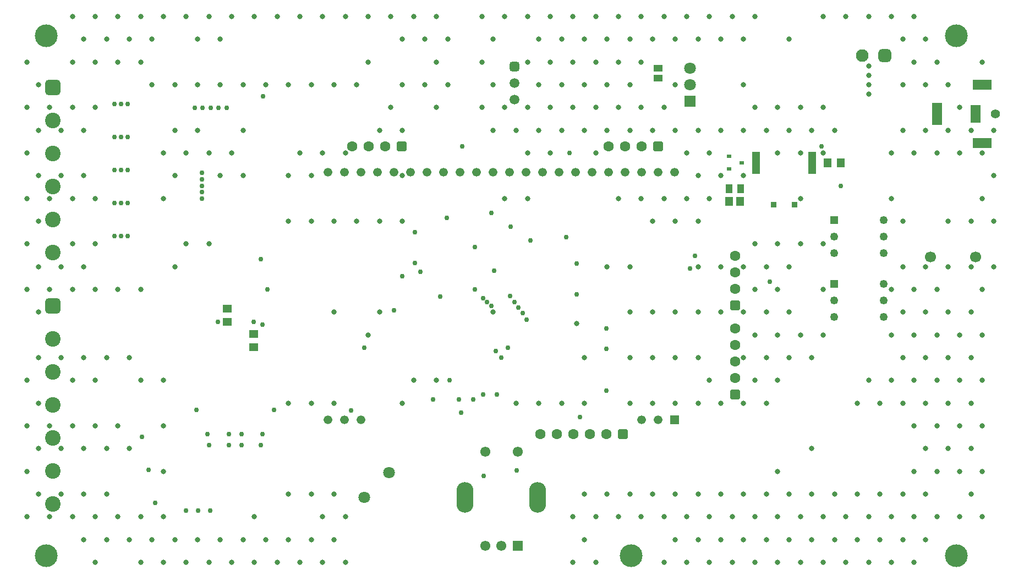
<source format=gbr>
%TF.GenerationSoftware,Altium Limited,Altium Designer,22.5.1 (42)*%
G04 Layer_Color=16711935*
%FSLAX43Y43*%
%MOMM*%
%TF.SameCoordinates,16143D8C-65FE-44CA-9B93-5BB87F4A9255*%
%TF.FilePolarity,Negative*%
%TF.FileFunction,Soldermask,Bot*%
%TF.Part,Single*%
G01*
G75*
%TA.AperFunction,SMDPad,CuDef*%
%ADD10R,1.450X1.200*%
%ADD18R,1.356X1.055*%
%ADD21R,1.150X1.450*%
%ADD22R,1.200X1.450*%
%ADD23R,0.700X0.600*%
%ADD37R,1.000X1.350*%
%TA.AperFunction,ComponentPad*%
G04:AMPARAMS|DCode=54|XSize=2.6mm|YSize=4.7mm|CornerRadius=1.3mm|HoleSize=0mm|Usage=FLASHONLY|Rotation=180.000|XOffset=0mm|YOffset=0mm|HoleType=Round|Shape=RoundedRectangle|*
%AMROUNDEDRECTD54*
21,1,2.600,2.100,0,0,180.0*
21,1,0.000,4.700,0,0,180.0*
1,1,2.600,0.000,1.050*
1,1,2.600,0.000,1.050*
1,1,2.600,0.000,-1.050*
1,1,2.600,0.000,-1.050*
%
%ADD54ROUNDEDRECTD54*%
%ADD55C,1.550*%
%ADD56R,1.550X1.550*%
%ADD57C,1.337*%
%ADD58R,1.337X1.337*%
%ADD59R,1.250X1.250*%
%ADD60C,1.250*%
%ADD61C,1.700*%
%ADD62R,3.000X1.500*%
%ADD63C,1.400*%
%ADD64R,1.500X3.500*%
%ADD65R,1.500X2.800*%
%ADD66C,2.400*%
G04:AMPARAMS|DCode=67|XSize=2.4mm|YSize=2.4mm|CornerRadius=0.6mm|HoleSize=0mm|Usage=FLASHONLY|Rotation=270.000|XOffset=0mm|YOffset=0mm|HoleType=Round|Shape=RoundedRectangle|*
%AMROUNDEDRECTD67*
21,1,2.400,1.200,0,0,270.0*
21,1,1.200,2.400,0,0,270.0*
1,1,1.200,-0.600,-0.600*
1,1,1.200,-0.600,0.600*
1,1,1.200,0.600,0.600*
1,1,1.200,0.600,-0.600*
%
%ADD67ROUNDEDRECTD67*%
%ADD68C,1.600*%
G04:AMPARAMS|DCode=69|XSize=1.6mm|YSize=1.6mm|CornerRadius=0.4mm|HoleSize=0mm|Usage=FLASHONLY|Rotation=180.000|XOffset=0mm|YOffset=0mm|HoleType=Round|Shape=RoundedRectangle|*
%AMROUNDEDRECTD69*
21,1,1.600,0.800,0,0,180.0*
21,1,0.800,1.600,0,0,180.0*
1,1,0.800,-0.400,0.400*
1,1,0.800,0.400,0.400*
1,1,0.800,0.400,-0.400*
1,1,0.800,-0.400,-0.400*
%
%ADD69ROUNDEDRECTD69*%
G04:AMPARAMS|DCode=70|XSize=1.5mm|YSize=1.5mm|CornerRadius=0.375mm|HoleSize=0mm|Usage=FLASHONLY|Rotation=270.000|XOffset=0mm|YOffset=0mm|HoleType=Round|Shape=RoundedRectangle|*
%AMROUNDEDRECTD70*
21,1,1.500,0.750,0,0,270.0*
21,1,0.750,1.500,0,0,270.0*
1,1,0.750,-0.375,-0.375*
1,1,0.750,-0.375,0.375*
1,1,0.750,0.375,0.375*
1,1,0.750,0.375,-0.375*
%
%ADD70ROUNDEDRECTD70*%
%ADD71C,1.500*%
%TA.AperFunction,ViaPad*%
%ADD72C,3.500*%
%TA.AperFunction,ComponentPad*%
%ADD73C,1.800*%
%ADD74R,1.800X1.800*%
%ADD75C,1.950*%
G04:AMPARAMS|DCode=76|XSize=1.95mm|YSize=1.95mm|CornerRadius=0.488mm|HoleSize=0mm|Usage=FLASHONLY|Rotation=180.000|XOffset=0mm|YOffset=0mm|HoleType=Round|Shape=RoundedRectangle|*
%AMROUNDEDRECTD76*
21,1,1.950,0.975,0,0,180.0*
21,1,0.975,1.950,0,0,180.0*
1,1,0.975,-0.488,0.488*
1,1,0.975,0.488,0.488*
1,1,0.975,0.488,-0.488*
1,1,0.975,-0.488,-0.488*
%
%ADD76ROUNDEDRECTD76*%
G04:AMPARAMS|DCode=77|XSize=1.6mm|YSize=1.6mm|CornerRadius=0.4mm|HoleSize=0mm|Usage=FLASHONLY|Rotation=90.000|XOffset=0mm|YOffset=0mm|HoleType=Round|Shape=RoundedRectangle|*
%AMROUNDEDRECTD77*
21,1,1.600,0.800,0,0,90.0*
21,1,0.800,1.600,0,0,90.0*
1,1,0.800,0.400,0.400*
1,1,0.800,0.400,-0.400*
1,1,0.800,-0.400,-0.400*
1,1,0.800,-0.400,0.400*
%
%ADD77ROUNDEDRECTD77*%
%TA.AperFunction,ViaPad*%
%ADD78C,0.800*%
%ADD79C,0.750*%
%TA.AperFunction,SMDPad,CuDef*%
%ADD80R,1.300X3.400*%
%ADD81R,0.900X0.950*%
D10*
X32800Y41000D02*
D03*
Y43000D02*
D03*
X36902Y37100D02*
D03*
Y39100D02*
D03*
D18*
X99130Y78548D02*
D03*
Y80000D02*
D03*
D21*
X110000Y59500D02*
D03*
X111750D02*
D03*
D22*
X125190Y65500D02*
D03*
X127190D02*
D03*
D23*
X112000D02*
D03*
X110000Y66450D02*
D03*
Y64550D02*
D03*
D37*
X110000Y61500D02*
D03*
X111800D02*
D03*
D54*
X69400Y14000D02*
D03*
X80600D02*
D03*
D55*
X72500Y6500D02*
D03*
X75000D02*
D03*
X72500Y21000D02*
D03*
X77500D02*
D03*
D56*
Y6500D02*
D03*
D57*
X48330Y25950D02*
D03*
X53410D02*
D03*
X50870D02*
D03*
X61030Y64050D02*
D03*
X71190D02*
D03*
X68650D02*
D03*
X66110D02*
D03*
X63570D02*
D03*
X58490D02*
D03*
X55950D02*
D03*
X53410D02*
D03*
X50870D02*
D03*
X48330D02*
D03*
X99130Y25950D02*
D03*
X96590D02*
D03*
X73730Y64050D02*
D03*
X101670D02*
D03*
X88970D02*
D03*
X83890D02*
D03*
X81350D02*
D03*
X78810D02*
D03*
X76270D02*
D03*
X91510D02*
D03*
X94050D02*
D03*
X96590D02*
D03*
X86430D02*
D03*
X99130D02*
D03*
D58*
X101670Y25950D02*
D03*
D59*
X126190Y56640D02*
D03*
Y46840D02*
D03*
D60*
Y54100D02*
D03*
Y51560D02*
D03*
X133810D02*
D03*
Y54100D02*
D03*
Y56640D02*
D03*
X126190Y44300D02*
D03*
Y41760D02*
D03*
X133810D02*
D03*
Y44300D02*
D03*
Y46840D02*
D03*
D61*
X148000Y51000D02*
D03*
X141000D02*
D03*
D62*
X149000Y68500D02*
D03*
Y77500D02*
D03*
D63*
X151000Y73000D02*
D03*
D64*
X142000D02*
D03*
D65*
X148000D02*
D03*
D66*
X6000Y13000D02*
D03*
Y18080D02*
D03*
Y28240D02*
D03*
Y38400D02*
D03*
Y33320D02*
D03*
Y23160D02*
D03*
X6000Y51700D02*
D03*
Y56780D02*
D03*
Y66940D02*
D03*
Y72020D02*
D03*
Y61860D02*
D03*
D67*
X6000Y43480D02*
D03*
X6000Y77100D02*
D03*
D68*
X57080Y68000D02*
D03*
X54540D02*
D03*
X52000D02*
D03*
X96590D02*
D03*
X94050D02*
D03*
X91510D02*
D03*
X81000Y23700D02*
D03*
X83540D02*
D03*
X88620D02*
D03*
X91160D02*
D03*
X86080D02*
D03*
X111000Y34920D02*
D03*
Y32380D02*
D03*
Y37460D02*
D03*
Y40000D02*
D03*
Y51120D02*
D03*
Y48580D02*
D03*
Y46040D02*
D03*
D69*
X59620Y68000D02*
D03*
X99130D02*
D03*
X93700Y23700D02*
D03*
D70*
X77000Y80300D02*
D03*
D71*
Y77760D02*
D03*
Y75220D02*
D03*
D72*
X95000Y5000D02*
D03*
X5000Y85000D02*
D03*
X145000D02*
D03*
X5000Y5000D02*
D03*
X145000D02*
D03*
D73*
X53900Y14000D02*
D03*
X57710Y17810D02*
D03*
X104000Y77460D02*
D03*
Y80000D02*
D03*
D74*
Y74920D02*
D03*
D75*
X130500Y82000D02*
D03*
D76*
X134000D02*
D03*
D77*
X111000Y29840D02*
D03*
Y43500D02*
D03*
D78*
X131500Y76081D02*
D03*
Y77501D02*
D03*
Y80340D02*
D03*
Y78920D02*
D03*
X86600Y40761D02*
D03*
X138500Y88000D02*
D03*
X140250Y84500D02*
D03*
X135000Y88000D02*
D03*
X136750Y84500D02*
D03*
X131500Y88000D02*
D03*
X128000D02*
D03*
X124500D02*
D03*
Y74000D02*
D03*
X126250Y70500D02*
D03*
X124500Y67000D02*
D03*
Y53000D02*
D03*
Y46000D02*
D03*
Y39000D02*
D03*
X121000Y74000D02*
D03*
X122750Y70500D02*
D03*
X121000Y67000D02*
D03*
Y60000D02*
D03*
Y53000D02*
D03*
Y39000D02*
D03*
X122750Y35500D02*
D03*
X119250Y84500D02*
D03*
X117500Y74000D02*
D03*
X119250Y70500D02*
D03*
X117500Y67000D02*
D03*
Y53000D02*
D03*
X119250Y49500D02*
D03*
X117500Y46000D02*
D03*
X119250Y42500D02*
D03*
X117500Y39000D02*
D03*
X119250Y35500D02*
D03*
X117500Y32000D02*
D03*
X114000Y88000D02*
D03*
Y74000D02*
D03*
X115750Y70500D02*
D03*
X114000Y53000D02*
D03*
X115750Y49500D02*
D03*
X114000Y46000D02*
D03*
X115750Y42500D02*
D03*
X114000Y39000D02*
D03*
X115750Y35500D02*
D03*
X114000Y32000D02*
D03*
X115750Y28500D02*
D03*
X110500Y88000D02*
D03*
X112250Y84500D02*
D03*
Y77500D02*
D03*
Y70500D02*
D03*
Y63500D02*
D03*
Y49500D02*
D03*
Y42500D02*
D03*
Y35500D02*
D03*
Y28500D02*
D03*
X107000Y88000D02*
D03*
X108750Y84500D02*
D03*
Y70500D02*
D03*
X107000Y67000D02*
D03*
X108750Y63500D02*
D03*
X107000Y60000D02*
D03*
X108750Y49500D02*
D03*
Y42500D02*
D03*
X107000Y32000D02*
D03*
X108750Y28500D02*
D03*
X103500Y88000D02*
D03*
X105250Y84500D02*
D03*
Y70500D02*
D03*
X103500Y67000D02*
D03*
X105250Y63500D02*
D03*
X103500Y60000D02*
D03*
X105250Y56500D02*
D03*
Y49500D02*
D03*
Y42500D02*
D03*
Y35500D02*
D03*
Y28500D02*
D03*
X100000Y88000D02*
D03*
X101750Y84500D02*
D03*
Y77500D02*
D03*
X100000Y74000D02*
D03*
X101750Y70500D02*
D03*
X100000Y60000D02*
D03*
X101750Y56500D02*
D03*
Y42500D02*
D03*
Y35500D02*
D03*
Y28500D02*
D03*
X96500Y88000D02*
D03*
X98250Y84500D02*
D03*
X96500Y81000D02*
D03*
Y74000D02*
D03*
X98250Y70500D02*
D03*
X96500Y60000D02*
D03*
X98250Y56500D02*
D03*
Y42500D02*
D03*
Y35500D02*
D03*
Y28500D02*
D03*
X93000Y88000D02*
D03*
X94750Y84500D02*
D03*
X93000Y81000D02*
D03*
X94750Y77500D02*
D03*
X93000Y74000D02*
D03*
X94750Y70500D02*
D03*
X93000Y60000D02*
D03*
X94750Y49500D02*
D03*
Y42500D02*
D03*
Y35500D02*
D03*
Y28500D02*
D03*
X89500Y88000D02*
D03*
X91250Y84500D02*
D03*
X89500Y81000D02*
D03*
X91250Y77500D02*
D03*
X89500Y74000D02*
D03*
X91250Y70500D02*
D03*
X89500Y67000D02*
D03*
X91250Y49500D02*
D03*
X86000Y88000D02*
D03*
X87750Y84500D02*
D03*
X86000Y81000D02*
D03*
X87750Y77500D02*
D03*
X86000Y74000D02*
D03*
X87750Y70500D02*
D03*
Y35500D02*
D03*
Y28500D02*
D03*
X82500Y88000D02*
D03*
X84250Y84500D02*
D03*
X82500Y81000D02*
D03*
X84250Y77500D02*
D03*
X82500Y74000D02*
D03*
X84250Y70500D02*
D03*
X82500Y67000D02*
D03*
X84250Y28500D02*
D03*
X79000Y88000D02*
D03*
X80750Y84500D02*
D03*
X79000Y81000D02*
D03*
X80750Y77500D02*
D03*
X79000Y74000D02*
D03*
X80750Y70500D02*
D03*
X79000Y67000D02*
D03*
Y60000D02*
D03*
X80750Y28500D02*
D03*
X75500Y88000D02*
D03*
Y74000D02*
D03*
X77250Y70500D02*
D03*
X75500Y60000D02*
D03*
X77250Y28500D02*
D03*
X72000Y88000D02*
D03*
X73750Y84500D02*
D03*
X72000Y81000D02*
D03*
X73750Y77500D02*
D03*
X72000Y74000D02*
D03*
X73750Y70500D02*
D03*
Y42500D02*
D03*
X65000Y88000D02*
D03*
X66750Y84500D02*
D03*
X65000Y81000D02*
D03*
X66750Y77500D02*
D03*
X65000Y74000D02*
D03*
Y32000D02*
D03*
X61500Y88000D02*
D03*
X63250Y84500D02*
D03*
Y77500D02*
D03*
X61500Y32000D02*
D03*
X58000Y88000D02*
D03*
X59750Y84500D02*
D03*
Y77500D02*
D03*
X58000Y74000D02*
D03*
X59750Y70500D02*
D03*
Y63500D02*
D03*
Y56500D02*
D03*
Y28500D02*
D03*
X54500Y88000D02*
D03*
Y81000D02*
D03*
X56250Y70500D02*
D03*
Y56500D02*
D03*
Y42500D02*
D03*
X54500Y39000D02*
D03*
X51000Y88000D02*
D03*
X52750Y77500D02*
D03*
X51000Y67000D02*
D03*
X52750Y56500D02*
D03*
X47500Y88000D02*
D03*
X49250Y77500D02*
D03*
X47500Y67000D02*
D03*
X49250Y56500D02*
D03*
Y42500D02*
D03*
X44000Y88000D02*
D03*
X45750Y77500D02*
D03*
X44000Y67000D02*
D03*
X45750Y63500D02*
D03*
Y56500D02*
D03*
X40500Y88000D02*
D03*
X42250Y77500D02*
D03*
Y63500D02*
D03*
Y56500D02*
D03*
X37000Y88000D02*
D03*
X38750Y77500D02*
D03*
X33500Y88000D02*
D03*
X35250Y77500D02*
D03*
Y70500D02*
D03*
X33500Y67000D02*
D03*
X35250Y63500D02*
D03*
X30000Y88000D02*
D03*
X31750Y84500D02*
D03*
Y77500D02*
D03*
X30000Y67000D02*
D03*
X31750Y63500D02*
D03*
X30000Y53000D02*
D03*
X26500Y88000D02*
D03*
X28250Y84500D02*
D03*
Y77500D02*
D03*
Y70500D02*
D03*
X26500Y67000D02*
D03*
Y53000D02*
D03*
X23000Y88000D02*
D03*
X24750Y77500D02*
D03*
Y70500D02*
D03*
X23000Y67000D02*
D03*
X24750Y63500D02*
D03*
X23000Y60000D02*
D03*
X24750Y49500D02*
D03*
X19500Y88000D02*
D03*
X21250Y84500D02*
D03*
X19500Y81000D02*
D03*
X21250Y77500D02*
D03*
X19500Y46000D02*
D03*
X16000Y88000D02*
D03*
X17750Y84500D02*
D03*
X16000Y81000D02*
D03*
Y46000D02*
D03*
X12500Y88000D02*
D03*
X14250Y84500D02*
D03*
X12500Y81000D02*
D03*
Y74000D02*
D03*
Y60000D02*
D03*
Y53000D02*
D03*
Y46000D02*
D03*
X9000Y88000D02*
D03*
X10750Y84500D02*
D03*
X9000Y81000D02*
D03*
Y74000D02*
D03*
X10750Y70500D02*
D03*
Y63500D02*
D03*
X9000Y60000D02*
D03*
Y53000D02*
D03*
X10750Y49500D02*
D03*
X9000Y46000D02*
D03*
X5500Y74000D02*
D03*
X7250Y70500D02*
D03*
Y63500D02*
D03*
X5500Y60000D02*
D03*
X7250Y49500D02*
D03*
X5500Y46000D02*
D03*
X2000Y81000D02*
D03*
X3750Y77500D02*
D03*
X2000Y74000D02*
D03*
X3750Y70500D02*
D03*
X2000Y67000D02*
D03*
X3750Y63500D02*
D03*
X2000Y60000D02*
D03*
X3750Y56500D02*
D03*
X2000Y53000D02*
D03*
X3750Y49500D02*
D03*
X2000Y46000D02*
D03*
X3750Y42500D02*
D03*
X35250Y7500D02*
D03*
X136750Y70500D02*
D03*
X37000Y11000D02*
D03*
X26500Y4000D02*
D03*
X140250Y35500D02*
D03*
X10750Y21500D02*
D03*
X122750Y14500D02*
D03*
X14250Y7500D02*
D03*
X47500Y11000D02*
D03*
X23000D02*
D03*
X28250Y7500D02*
D03*
X45750Y14500D02*
D03*
Y28500D02*
D03*
X135000Y4000D02*
D03*
X140250Y14500D02*
D03*
X89500Y4000D02*
D03*
X40500D02*
D03*
X19500Y32000D02*
D03*
X94750Y14500D02*
D03*
X143750Y21500D02*
D03*
X14250D02*
D03*
X12500Y25000D02*
D03*
X115750Y7500D02*
D03*
X138500Y4000D02*
D03*
X136750Y49500D02*
D03*
X7250Y35500D02*
D03*
X143750D02*
D03*
X149000Y60000D02*
D03*
X89500Y11000D02*
D03*
X149000Y81000D02*
D03*
X138500Y18000D02*
D03*
X140250Y77500D02*
D03*
X3750Y21500D02*
D03*
X122750D02*
D03*
X129750Y28500D02*
D03*
X51000Y4000D02*
D03*
X10750Y35500D02*
D03*
X145500Y18000D02*
D03*
X9000Y25000D02*
D03*
X138500Y81000D02*
D03*
X140250Y49500D02*
D03*
X51000Y11000D02*
D03*
X115750Y14500D02*
D03*
X12500Y32000D02*
D03*
Y11000D02*
D03*
X150750Y63500D02*
D03*
X14250Y35500D02*
D03*
X138500Y46000D02*
D03*
X142000Y11000D02*
D03*
X103500Y4000D02*
D03*
X119250Y7500D02*
D03*
X9000Y32000D02*
D03*
X136750Y28500D02*
D03*
X138500Y32000D02*
D03*
X149000Y46000D02*
D03*
X17750Y21500D02*
D03*
X147250Y49500D02*
D03*
X150750Y56500D02*
D03*
X140250Y7500D02*
D03*
X42250D02*
D03*
X86000Y4000D02*
D03*
X3750Y14500D02*
D03*
X145500Y39000D02*
D03*
X10750Y14500D02*
D03*
X112250D02*
D03*
X103500Y11000D02*
D03*
X19500D02*
D03*
X138500Y25000D02*
D03*
X128000Y11000D02*
D03*
X7250Y14500D02*
D03*
X119250D02*
D03*
X114000Y11000D02*
D03*
X126250Y7500D02*
D03*
X21250D02*
D03*
X135000Y60000D02*
D03*
X101750Y14500D02*
D03*
X135000Y46000D02*
D03*
X10750Y7500D02*
D03*
X150750Y49500D02*
D03*
X87750Y7500D02*
D03*
X86000Y11000D02*
D03*
X138500Y39000D02*
D03*
X150750Y70500D02*
D03*
X149000Y11000D02*
D03*
X49250Y7500D02*
D03*
X138500Y11000D02*
D03*
X140250Y28500D02*
D03*
X23000Y32000D02*
D03*
X108750Y7500D02*
D03*
X45750D02*
D03*
X33500Y4000D02*
D03*
X101750Y7500D02*
D03*
X7250Y21500D02*
D03*
X42250Y14500D02*
D03*
X140250Y21500D02*
D03*
X117500Y4000D02*
D03*
X135000Y39000D02*
D03*
X24750Y7500D02*
D03*
X136750Y56500D02*
D03*
X145500Y11000D02*
D03*
X122750Y7500D02*
D03*
X110500Y4000D02*
D03*
X5500Y25000D02*
D03*
X135000Y32000D02*
D03*
X9000Y11000D02*
D03*
X42250Y28500D02*
D03*
X16000Y11000D02*
D03*
X147250Y70500D02*
D03*
X143750Y42500D02*
D03*
X2000Y18000D02*
D03*
X124500Y4000D02*
D03*
X17750Y7500D02*
D03*
X142000Y32000D02*
D03*
Y46000D02*
D03*
X147250Y35500D02*
D03*
Y21500D02*
D03*
X149000Y39000D02*
D03*
X145500Y25000D02*
D03*
X3750Y28500D02*
D03*
X143750Y77500D02*
D03*
X23000Y18000D02*
D03*
X105250Y14500D02*
D03*
X136750Y42500D02*
D03*
X135000Y67000D02*
D03*
X149000Y18000D02*
D03*
X142000Y81000D02*
D03*
X107000Y11000D02*
D03*
X93000D02*
D03*
X100000D02*
D03*
X124500D02*
D03*
X110500D02*
D03*
X135000D02*
D03*
X133250Y7500D02*
D03*
X121000Y11000D02*
D03*
X142000Y39000D02*
D03*
X131500Y32000D02*
D03*
X147250Y56500D02*
D03*
X142000Y18000D02*
D03*
X143750Y70500D02*
D03*
X37000Y4000D02*
D03*
X23000D02*
D03*
X133250Y14500D02*
D03*
X108750D02*
D03*
X117500Y11000D02*
D03*
X12500Y4000D02*
D03*
X105250Y7500D02*
D03*
X145500Y67000D02*
D03*
X3750Y35500D02*
D03*
X19500Y4000D02*
D03*
X38750Y7500D02*
D03*
X14250Y14500D02*
D03*
X149000Y25000D02*
D03*
X142000D02*
D03*
X131500Y11000D02*
D03*
X91250Y14500D02*
D03*
X140250Y70500D02*
D03*
X133250Y28500D02*
D03*
X44000Y4000D02*
D03*
X87750Y14500D02*
D03*
X149000Y32000D02*
D03*
X31750Y7500D02*
D03*
X131500Y4000D02*
D03*
X147250Y28500D02*
D03*
X107000Y4000D02*
D03*
X147250Y14500D02*
D03*
X145500Y74000D02*
D03*
X47500Y4000D02*
D03*
X30000D02*
D03*
X136750Y77500D02*
D03*
X112250Y7500D02*
D03*
X140250Y42500D02*
D03*
X100000Y4000D02*
D03*
X2000Y25000D02*
D03*
X126250Y14500D02*
D03*
X143750Y49500D02*
D03*
X147250Y42500D02*
D03*
X16000Y25000D02*
D03*
X136750Y7500D02*
D03*
X49250Y28500D02*
D03*
X96500Y11000D02*
D03*
X23000Y25000D02*
D03*
X2000Y32000D02*
D03*
X129750Y7500D02*
D03*
X128000Y4000D02*
D03*
X5500Y11000D02*
D03*
X136750Y14500D02*
D03*
X98250D02*
D03*
X117500Y18000D02*
D03*
X2000Y11000D02*
D03*
X143750Y28500D02*
D03*
X142000Y67000D02*
D03*
X129750Y14500D02*
D03*
X143750Y56500D02*
D03*
X121000Y4000D02*
D03*
X136750Y35500D02*
D03*
X145500Y32000D02*
D03*
X17750Y35500D02*
D03*
X114000Y4000D02*
D03*
X138500Y67000D02*
D03*
X149000D02*
D03*
X49250Y14500D02*
D03*
D79*
X73916Y48911D02*
D03*
X58490Y42800D02*
D03*
X59748Y48000D02*
D03*
X91160Y40000D02*
D03*
Y36824D02*
D03*
Y30450D02*
D03*
X68800Y27000D02*
D03*
X68485Y29100D02*
D03*
X67000Y32000D02*
D03*
X70700Y29100D02*
D03*
X64500D02*
D03*
X76034Y37000D02*
D03*
X61700Y54800D02*
D03*
X66600Y57000D02*
D03*
X73469Y57800D02*
D03*
X86600Y45213D02*
D03*
X78839Y41322D02*
D03*
X72153Y44654D02*
D03*
X70953Y46010D02*
D03*
X72245Y17282D02*
D03*
X27795Y73967D02*
D03*
X29021D02*
D03*
X30247D02*
D03*
X31474D02*
D03*
X32700D02*
D03*
X15419Y74500D02*
D03*
X16444D02*
D03*
X17469D02*
D03*
X15419Y69420D02*
D03*
X16444D02*
D03*
X17469D02*
D03*
X15419Y64340D02*
D03*
X16444D02*
D03*
X17469D02*
D03*
X15419Y59260D02*
D03*
X16444D02*
D03*
X17469D02*
D03*
Y54180D02*
D03*
X16444D02*
D03*
X15419D02*
D03*
X127190Y61895D02*
D03*
X77373Y18127D02*
D03*
X87100Y26388D02*
D03*
X51895Y27386D02*
D03*
X69000Y68000D02*
D03*
X72153Y29840D02*
D03*
X74260D02*
D03*
X26498Y12000D02*
D03*
X28349D02*
D03*
X30200D02*
D03*
X38000Y50682D02*
D03*
X65607Y44913D02*
D03*
X73469Y43426D02*
D03*
X72783Y44010D02*
D03*
X61700Y50100D02*
D03*
X62500Y48694D02*
D03*
X124250Y68000D02*
D03*
X76381Y55668D02*
D03*
X76299Y44962D02*
D03*
X77043Y44078D02*
D03*
X85470Y66984D02*
D03*
X29800Y23700D02*
D03*
X33050D02*
D03*
X35000D02*
D03*
X38250D02*
D03*
X78263Y42335D02*
D03*
X77626Y43201D02*
D03*
X28098Y27491D02*
D03*
X20700Y18200D02*
D03*
X21700Y13120D02*
D03*
X40000Y27491D02*
D03*
X38000Y22000D02*
D03*
X35000D02*
D03*
X33050D02*
D03*
X30000D02*
D03*
X104000Y49246D02*
D03*
X31400Y41000D02*
D03*
X28960Y59961D02*
D03*
Y60959D02*
D03*
Y61946D02*
D03*
Y62948D02*
D03*
Y63949D02*
D03*
X85000Y54000D02*
D03*
X86600Y50000D02*
D03*
X38300Y75749D02*
D03*
X79500Y53500D02*
D03*
X116275Y47200D02*
D03*
X104816Y51120D02*
D03*
X53900Y37000D02*
D03*
X70900Y52500D02*
D03*
X75000Y35500D02*
D03*
X74100Y36500D02*
D03*
X36902Y41000D02*
D03*
X39000Y46000D02*
D03*
X38250Y40600D02*
D03*
X19700Y23280D02*
D03*
D80*
X122850Y65500D02*
D03*
X114150D02*
D03*
D81*
X120075Y59000D02*
D03*
X116925D02*
D03*
%TF.MD5,2a4ca60c5913a38ff06bec58ac3f1a61*%
M02*

</source>
